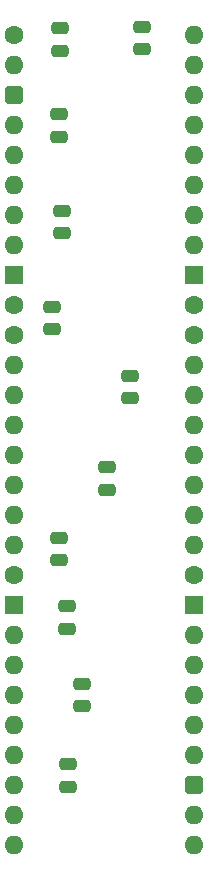
<source format=gbs>
%TF.GenerationSoftware,KiCad,Pcbnew,8.0.7*%
%TF.CreationDate,2025-01-29T07:44:21+02:00*%
%TF.ProjectId,HCP65 MPU Address Decode,48435036-3520-44d5-9055-204164647265,V1*%
%TF.SameCoordinates,Original*%
%TF.FileFunction,Soldermask,Bot*%
%TF.FilePolarity,Negative*%
%FSLAX46Y46*%
G04 Gerber Fmt 4.6, Leading zero omitted, Abs format (unit mm)*
G04 Created by KiCad (PCBNEW 8.0.7) date 2025-01-29 07:44:21*
%MOMM*%
%LPD*%
G01*
G04 APERTURE LIST*
G04 Aperture macros list*
%AMRoundRect*
0 Rectangle with rounded corners*
0 $1 Rounding radius*
0 $2 $3 $4 $5 $6 $7 $8 $9 X,Y pos of 4 corners*
0 Add a 4 corners polygon primitive as box body*
4,1,4,$2,$3,$4,$5,$6,$7,$8,$9,$2,$3,0*
0 Add four circle primitives for the rounded corners*
1,1,$1+$1,$2,$3*
1,1,$1+$1,$4,$5*
1,1,$1+$1,$6,$7*
1,1,$1+$1,$8,$9*
0 Add four rect primitives between the rounded corners*
20,1,$1+$1,$2,$3,$4,$5,0*
20,1,$1+$1,$4,$5,$6,$7,0*
20,1,$1+$1,$6,$7,$8,$9,0*
20,1,$1+$1,$8,$9,$2,$3,0*%
G04 Aperture macros list end*
%ADD10C,1.600000*%
%ADD11O,1.600000X1.600000*%
%ADD12RoundRect,0.400000X-0.400000X-0.400000X0.400000X-0.400000X0.400000X0.400000X-0.400000X0.400000X0*%
%ADD13R,1.600000X1.600000*%
%ADD14RoundRect,0.250000X-0.475000X0.250000X-0.475000X-0.250000X0.475000X-0.250000X0.475000X0.250000X0*%
%ADD15RoundRect,0.250000X0.475000X-0.250000X0.475000X0.250000X-0.475000X0.250000X-0.475000X-0.250000X0*%
G04 APERTURE END LIST*
D10*
%TO.C,J2*%
X0Y0D03*
D11*
X0Y-2540000D03*
D12*
X0Y-5080000D03*
D11*
X0Y-7620000D03*
X0Y-10160000D03*
X0Y-12700000D03*
X0Y-15240000D03*
X0Y-17780000D03*
D13*
X0Y-20320000D03*
D10*
X0Y-22860000D03*
X0Y-25400000D03*
D11*
X0Y-27940000D03*
X0Y-30480000D03*
X0Y-33020000D03*
X0Y-35560000D03*
X0Y-38100000D03*
X0Y-40640000D03*
X0Y-43180000D03*
D10*
X0Y-45720000D03*
D13*
X0Y-48260000D03*
D11*
X0Y-50800000D03*
X0Y-53340000D03*
X0Y-55880000D03*
X0Y-58420000D03*
X0Y-60960000D03*
X0Y-63500000D03*
X0Y-66040000D03*
X0Y-68580000D03*
X15240000Y-68580000D03*
X15240000Y-66040000D03*
D12*
X15240000Y-63500000D03*
D11*
X15240000Y-60960000D03*
X15240000Y-58420000D03*
X15240000Y-55880000D03*
X15240000Y-53340000D03*
X15240000Y-50800000D03*
D13*
X15240000Y-48260000D03*
D10*
X15240000Y-45720000D03*
D11*
X15240000Y-43180000D03*
X15240000Y-40640000D03*
X15240000Y-38100000D03*
X15240000Y-35560000D03*
X15240000Y-33020000D03*
X15240000Y-30480000D03*
X15240000Y-27940000D03*
D10*
X15240000Y-25400000D03*
X15240000Y-22860000D03*
D13*
X15240000Y-20320000D03*
D11*
X15240000Y-17780000D03*
X15240000Y-15240000D03*
X15240000Y-12700000D03*
X15240000Y-10160000D03*
X15240000Y-7620000D03*
X15240000Y-5080000D03*
X15240000Y-2540000D03*
X15240000Y0D03*
%TD*%
D14*
%TO.C,C45*%
X10795000Y680000D03*
X10795000Y-1220000D03*
%TD*%
D15*
%TO.C,C34*%
X9778999Y-30779000D03*
X9778999Y-28879000D03*
%TD*%
%TO.C,C33*%
X4572001Y-63672001D03*
X4572001Y-61772001D03*
%TD*%
D14*
%TO.C,C46*%
X3840000Y553000D03*
X3840000Y-1347000D03*
%TD*%
D15*
%TO.C,C40*%
X4064000Y-16809001D03*
X4064000Y-14909001D03*
%TD*%
%TO.C,C36*%
X4445000Y-50278437D03*
X4445000Y-48378437D03*
%TD*%
%TO.C,C35*%
X7874000Y-38526001D03*
X7874000Y-36626001D03*
%TD*%
%TO.C,C38*%
X3175000Y-24937000D03*
X3175000Y-23037000D03*
%TD*%
%TO.C,C39*%
X3810000Y-8645251D03*
X3810000Y-6745251D03*
%TD*%
%TO.C,C31*%
X3810000Y-44495000D03*
X3810000Y-42595000D03*
%TD*%
D14*
%TO.C,C32*%
X5714999Y-54946000D03*
X5714999Y-56846000D03*
%TD*%
M02*

</source>
